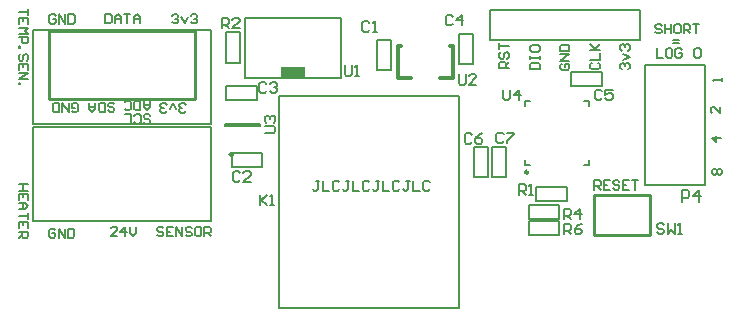
<source format=gto>
G04*
G04 #@! TF.GenerationSoftware,Altium Limited,CircuitStudio,1.5.2 (30)*
G04*
G04 Layer_Color=65535*
%FSLAX25Y25*%
%MOIN*%
G70*
G01*
G75*
%ADD23C,0.01181*%
%ADD24C,0.00787*%
%ADD38C,0.00984*%
%ADD39C,0.00591*%
%ADD40C,0.01000*%
%ADD41C,0.00500*%
%ADD42C,0.00630*%
%ADD43C,0.00709*%
%ADD44R,0.08400X0.03800*%
D23*
X384252Y399606D02*
Y410236D01*
X379921Y399606D02*
X384252D01*
X383465Y410236D02*
X384252D01*
X366142Y399606D02*
X370472D01*
X366142D02*
Y410236D01*
X366929D01*
D24*
X446732Y412323D02*
Y422323D01*
X396732Y412323D02*
X446732D01*
X396732Y422323D02*
X446732D01*
X396732Y412323D02*
Y422323D01*
X468386Y363898D02*
Y403898D01*
X448386Y363898D02*
Y403898D01*
Y363898D02*
X468386D01*
X448386Y403898D02*
X468386D01*
X326205Y393819D02*
X386244D01*
Y322953D02*
Y393819D01*
X326205Y322953D02*
X386244D01*
X326205D02*
Y393819D01*
X308268Y384266D02*
X320079D01*
Y383849D02*
Y384266D01*
X308268Y383849D02*
X320079D01*
X308268D02*
Y384266D01*
X408268Y390453D02*
Y392126D01*
X409941D01*
X429528Y390453D02*
Y392126D01*
X427854D02*
X429528D01*
Y370866D02*
Y372539D01*
X427854Y370866D02*
X429528D01*
X408268D02*
Y372539D01*
Y370866D02*
X409941D01*
X460532Y358366D02*
Y362302D01*
X462499D01*
X463155Y361646D01*
Y360334D01*
X462499Y359678D01*
X460532D01*
X466435Y358366D02*
Y362302D01*
X464467Y360334D01*
X467091D01*
X421358Y347638D02*
Y351180D01*
X423129D01*
X423720Y350590D01*
Y349409D01*
X423129Y348818D01*
X421358D01*
X422539D02*
X423720Y347638D01*
X427262Y351180D02*
X426081Y350590D01*
X424900Y349409D01*
Y348228D01*
X425491Y347638D01*
X426672D01*
X427262Y348228D01*
Y348818D01*
X426672Y349409D01*
X424900D01*
X307283Y416240D02*
Y419782D01*
X309054D01*
X309645Y419192D01*
Y418011D01*
X309054Y417421D01*
X307283D01*
X308464D02*
X309645Y416240D01*
X313187D02*
X310826D01*
X313187Y418602D01*
Y419192D01*
X312597Y419782D01*
X311416D01*
X310826Y419192D01*
X386221Y401082D02*
Y398130D01*
X386811Y397539D01*
X387991D01*
X388582Y398130D01*
Y401082D01*
X392124Y397539D02*
X389763D01*
X392124Y399901D01*
Y400491D01*
X391534Y401082D01*
X390353D01*
X389763Y400491D01*
X384251Y420176D02*
X383661Y420767D01*
X382480D01*
X381890Y420176D01*
Y417815D01*
X382480Y417224D01*
X383661D01*
X384251Y417815D01*
X387203Y417224D02*
Y420767D01*
X385432Y418996D01*
X387793D01*
X356495Y418109D02*
X355905Y418700D01*
X354724D01*
X354134Y418109D01*
Y415748D01*
X354724Y415158D01*
X355905D01*
X356495Y415748D01*
X357676Y415158D02*
X358857D01*
X358266D01*
Y418700D01*
X357676Y418109D01*
X348228Y404034D02*
Y401083D01*
X348819Y400492D01*
X349999D01*
X350590Y401083D01*
Y404034D01*
X351770Y400492D02*
X352951D01*
X352361D01*
Y404034D01*
X351770Y403444D01*
X319882Y360826D02*
Y357283D01*
Y358464D01*
X322243Y360826D01*
X320472Y359055D01*
X322243Y357283D01*
X323424D02*
X324605D01*
X324014D01*
Y360826D01*
X323424Y360235D01*
X321556Y381299D02*
X324508D01*
X325098Y381890D01*
Y383070D01*
X324508Y383661D01*
X321556D01*
X322147Y384841D02*
X321556Y385432D01*
Y386612D01*
X322147Y387203D01*
X322737D01*
X323327Y386612D01*
Y386022D01*
Y386612D01*
X323918Y387203D01*
X324508D01*
X325098Y386612D01*
Y385432D01*
X324508Y384841D01*
X406201Y360728D02*
Y364270D01*
X407972D01*
X408562Y363680D01*
Y362499D01*
X407972Y361909D01*
X406201D01*
X407381D02*
X408562Y360728D01*
X409743D02*
X410924D01*
X410333D01*
Y364270D01*
X409743Y363680D01*
X322145Y397735D02*
X321554Y398326D01*
X320374D01*
X319783Y397735D01*
Y395374D01*
X320374Y394783D01*
X321554D01*
X322145Y395374D01*
X323326Y397735D02*
X323916Y398326D01*
X325097D01*
X325687Y397735D01*
Y397145D01*
X325097Y396555D01*
X324506D01*
X325097D01*
X325687Y395964D01*
Y395374D01*
X325097Y394783D01*
X323916D01*
X323326Y395374D01*
X313287Y368011D02*
X312696Y368601D01*
X311515D01*
X310925Y368011D01*
Y365649D01*
X311515Y365059D01*
X312696D01*
X313287Y365649D01*
X316829Y365059D02*
X314467D01*
X316829Y367421D01*
Y368011D01*
X316238Y368601D01*
X315058D01*
X314467Y368011D01*
X454724Y350688D02*
X454133Y351278D01*
X452953D01*
X452362Y350688D01*
Y350098D01*
X452953Y349507D01*
X454133D01*
X454724Y348917D01*
Y348327D01*
X454133Y347736D01*
X452953D01*
X452362Y348327D01*
X455904Y351278D02*
Y347736D01*
X457085Y348917D01*
X458266Y347736D01*
Y351278D01*
X459446Y347736D02*
X460627D01*
X460037D01*
Y351278D01*
X459446Y350688D01*
X400984Y395865D02*
Y392913D01*
X401575Y392323D01*
X402755D01*
X403346Y392913D01*
Y395865D01*
X406297Y392323D02*
Y395865D01*
X404526Y394094D01*
X406888D01*
X421260Y352658D02*
Y356200D01*
X423031D01*
X423621Y355609D01*
Y354429D01*
X423031Y353838D01*
X421260D01*
X422440D02*
X423621Y352658D01*
X426573D02*
Y356200D01*
X424802Y354429D01*
X427163D01*
X401180Y380905D02*
X400590Y381495D01*
X399409D01*
X398819Y380905D01*
Y378543D01*
X399409Y377953D01*
X400590D01*
X401180Y378543D01*
X402361Y381495D02*
X404722D01*
Y380905D01*
X402361Y378543D01*
Y377953D01*
X390550Y380806D02*
X389960Y381397D01*
X388779D01*
X388189Y380806D01*
Y378445D01*
X388779Y377854D01*
X389960D01*
X390550Y378445D01*
X394093Y381397D02*
X392912Y380806D01*
X391731Y379625D01*
Y378445D01*
X392321Y377854D01*
X393502D01*
X394093Y378445D01*
Y379035D01*
X393502Y379625D01*
X391731D01*
X433956Y395275D02*
X433366Y395865D01*
X432185D01*
X431595Y395275D01*
Y392913D01*
X432185Y392323D01*
X433366D01*
X433956Y392913D01*
X437498Y395865D02*
X435137D01*
Y394094D01*
X436317Y394684D01*
X436908D01*
X437498Y394094D01*
Y392913D01*
X436908Y392323D01*
X435727D01*
X435137Y392913D01*
D38*
X310925Y374297D02*
G03*
X310925Y374297I-492J0D01*
G01*
X409350Y368307D02*
G03*
X409350Y368307I-492J0D01*
G01*
D39*
X303543Y351969D02*
Y383465D01*
X244488Y351969D02*
Y383465D01*
Y351969D02*
X303543D01*
X244488Y383465D02*
X303543D01*
X244488Y415748D02*
X303543D01*
X244488Y384252D02*
X303543D01*
X244488D02*
Y415748D01*
X303543Y384252D02*
Y415748D01*
D40*
X249606Y392618D02*
Y415453D01*
Y392618D02*
X298425D01*
Y415453D01*
X249606D02*
X298425D01*
X431201Y347378D02*
Y360764D01*
Y347378D02*
X450098D01*
Y360764D01*
X431201D02*
X450098D01*
D41*
X409609Y351906D02*
X419709D01*
X409609Y347306D02*
X419709D01*
Y351906D01*
X409609Y347306D02*
Y351906D01*
X313324Y404798D02*
Y414898D01*
X308724Y404798D02*
Y414898D01*
Y404798D02*
X313324D01*
X308724Y414898D02*
X313324D01*
X386283Y404393D02*
Y414493D01*
X390883Y404393D02*
Y414493D01*
X386283D02*
X390883D01*
X386283Y404393D02*
X390883D01*
X359117Y402424D02*
Y412524D01*
X363717Y402424D02*
Y412524D01*
X359117D02*
X363717D01*
X359117Y402424D02*
X363717D01*
X347126Y399862D02*
Y419862D01*
X315126D02*
X347126D01*
X315126Y399862D02*
Y419862D01*
Y399862D02*
X347126D01*
X412070Y363422D02*
X422170D01*
X412070Y358822D02*
X422170D01*
Y363422D01*
X412070Y358822D02*
Y363422D01*
X308735Y392387D02*
X318835D01*
X308735Y396987D02*
X318835D01*
X308735Y392387D02*
Y396987D01*
X318835Y392387D02*
Y396987D01*
X310692Y374741D02*
X320792D01*
X310692Y370141D02*
X320792D01*
Y374741D01*
X310692Y370141D02*
Y374741D01*
X409511Y357320D02*
X419611D01*
X409511Y352720D02*
X419611D01*
Y357320D01*
X409511Y352720D02*
Y357320D01*
X397306Y366598D02*
Y376698D01*
X401906Y366598D02*
Y376698D01*
X397306D02*
X401906D01*
X397306Y366598D02*
X401906D01*
X391401D02*
Y376698D01*
X396001Y366598D02*
Y376698D01*
X391401D02*
X396001D01*
X391401Y366598D02*
X396001D01*
X423783Y401611D02*
X433883D01*
X423783Y397011D02*
X433883D01*
Y401611D01*
X423783Y397011D02*
Y401611D01*
D42*
X339730Y365452D02*
X338615D01*
X339173D01*
Y362664D01*
X338615Y362106D01*
X338058D01*
X337500Y362664D01*
X340845Y365452D02*
Y362106D01*
X343076D01*
X346421Y364894D02*
X345864Y365452D01*
X344748D01*
X344191Y364894D01*
Y362664D01*
X344748Y362106D01*
X345864D01*
X346421Y362664D01*
X349766Y365452D02*
X348651D01*
X349209D01*
Y362664D01*
X348651Y362106D01*
X348094D01*
X347536Y362664D01*
X350882Y365452D02*
Y362106D01*
X353112D01*
X356457Y364894D02*
X355900Y365452D01*
X354784D01*
X354227Y364894D01*
Y362664D01*
X354784Y362106D01*
X355900D01*
X356457Y362664D01*
X359803Y365452D02*
X358687D01*
X359245D01*
Y362664D01*
X358687Y362106D01*
X358130D01*
X357572Y362664D01*
X360918Y365452D02*
Y362106D01*
X363148D01*
X366493Y364894D02*
X365936Y365452D01*
X364821D01*
X364263Y364894D01*
Y362664D01*
X364821Y362106D01*
X365936D01*
X366493Y362664D01*
X369839Y365452D02*
X368724D01*
X369281D01*
Y362664D01*
X368724Y362106D01*
X368166D01*
X367608Y362664D01*
X370954Y365452D02*
Y362106D01*
X373184D01*
X376529Y364894D02*
X375972Y365452D01*
X374857D01*
X374299Y364894D01*
Y362664D01*
X374857Y362106D01*
X375972D01*
X376529Y362664D01*
D43*
X283268Y392126D02*
Y390027D01*
X282218Y388977D01*
X281169Y390027D01*
Y392126D01*
Y390552D01*
X283268D01*
X280119Y388977D02*
Y392126D01*
X278545D01*
X278020Y391601D01*
Y389502D01*
X278545Y388977D01*
X280119D01*
X274871Y389502D02*
X275396Y388977D01*
X276446D01*
X276971Y389502D01*
Y391601D01*
X276446Y392126D01*
X275396D01*
X274871Y391601D01*
X281267Y384975D02*
X281792Y384450D01*
X282841D01*
X283366Y384975D01*
Y385499D01*
X282841Y386024D01*
X281792D01*
X281267Y386549D01*
Y387074D01*
X281792Y387598D01*
X282841D01*
X283366Y387074D01*
X278118Y384975D02*
X278643Y384450D01*
X279693D01*
X280218Y384975D01*
Y387074D01*
X279693Y387598D01*
X278643D01*
X278118Y387074D01*
X277069Y384450D02*
Y387598D01*
X274970D01*
X269358Y388912D02*
X269882Y388387D01*
X270932D01*
X271457Y388912D01*
Y389436D01*
X270932Y389961D01*
X269882D01*
X269358Y390486D01*
Y391011D01*
X269882Y391535D01*
X270932D01*
X271457Y391011D01*
X268308Y388387D02*
Y391535D01*
X266734D01*
X266209Y391011D01*
Y388912D01*
X266734Y388387D01*
X268308D01*
X265160Y391535D02*
Y389436D01*
X264110Y388387D01*
X263060Y389436D01*
Y391535D01*
Y389961D01*
X265160D01*
X295177Y388715D02*
X294652Y388190D01*
X293603D01*
X293078Y388715D01*
Y389240D01*
X293603Y389764D01*
X294128D01*
X293603D01*
X293078Y390289D01*
Y390814D01*
X293603Y391339D01*
X294652D01*
X295177Y390814D01*
X292029Y389240D02*
X290979Y391339D01*
X289930Y389240D01*
X288880Y388715D02*
X288355Y388190D01*
X287306D01*
X286781Y388715D01*
Y389240D01*
X287306Y389764D01*
X287830D01*
X287306D01*
X286781Y390289D01*
Y390814D01*
X287306Y391339D01*
X288355D01*
X288880Y390814D01*
X257251Y388813D02*
X257776Y388288D01*
X258826D01*
X259350Y388813D01*
Y390912D01*
X258826Y391437D01*
X257776D01*
X257251Y390912D01*
Y389863D01*
X258301D01*
X256202Y391437D02*
Y388288D01*
X254103Y391437D01*
Y388288D01*
X253053D02*
Y391437D01*
X251479D01*
X250954Y390912D01*
Y388813D01*
X251479Y388288D01*
X253053D01*
X431398Y362500D02*
Y365649D01*
X432972D01*
X433497Y365124D01*
Y364074D01*
X432972Y363549D01*
X431398D01*
X432447D02*
X433497Y362500D01*
X436645Y365649D02*
X434546D01*
Y362500D01*
X436645D01*
X434546Y364074D02*
X435596D01*
X439794Y365124D02*
X439269Y365649D01*
X438220D01*
X437695Y365124D01*
Y364599D01*
X438220Y364074D01*
X439269D01*
X439794Y363549D01*
Y363025D01*
X439269Y362500D01*
X438220D01*
X437695Y363025D01*
X442942Y365649D02*
X440843D01*
Y362500D01*
X442942D01*
X440843Y364074D02*
X441893D01*
X443992Y365649D02*
X446091D01*
X445042D01*
Y362500D01*
X242716Y364272D02*
X239567D01*
X241141D01*
Y362173D01*
X242716D01*
X239567D01*
X242716Y359024D02*
Y361123D01*
X239567D01*
Y359024D01*
X241141Y361123D02*
Y360073D01*
X239567Y357975D02*
X241666D01*
X242716Y356925D01*
X241666Y355875D01*
X239567D01*
X241141D01*
Y357975D01*
X242716Y354826D02*
Y352727D01*
Y353776D01*
X239567D01*
X242716Y349578D02*
Y351677D01*
X239567D01*
Y349578D01*
X241141Y351677D02*
Y350628D01*
X239567Y348529D02*
X242716D01*
Y346954D01*
X242191Y346430D01*
X241141D01*
X240616Y346954D01*
Y348529D01*
Y347479D02*
X239567Y346430D01*
X242716Y422835D02*
Y420736D01*
Y421785D01*
X239567D01*
X242716Y417587D02*
Y419686D01*
X239567D01*
Y417587D01*
X241141Y419686D02*
Y418637D01*
X239567Y416538D02*
X242716D01*
X241666Y415488D01*
X242716Y414438D01*
X239567D01*
Y413389D02*
X242716D01*
Y411815D01*
X242191Y411290D01*
X241141D01*
X240616Y411815D01*
Y413389D01*
X239567Y410240D02*
X240092D01*
Y409716D01*
X239567D01*
Y410240D01*
X242191Y405517D02*
X242716Y406042D01*
Y407092D01*
X242191Y407617D01*
X241666D01*
X241141Y407092D01*
Y406042D01*
X240616Y405517D01*
X240092D01*
X239567Y406042D01*
Y407092D01*
X240092Y407617D01*
X242716Y402369D02*
Y404468D01*
X239567D01*
Y402369D01*
X241141Y404468D02*
Y403418D01*
X239567Y401319D02*
X242716D01*
X239567Y399220D01*
X242716D01*
X239567Y398171D02*
X240092D01*
Y397646D01*
X239567D01*
Y398171D01*
X268406Y421062D02*
Y417913D01*
X269980D01*
X270505Y418438D01*
Y420537D01*
X269980Y421062D01*
X268406D01*
X271554Y417913D02*
Y420012D01*
X272604Y421062D01*
X273653Y420012D01*
Y417913D01*
Y419488D01*
X271554D01*
X274703Y421062D02*
X276802D01*
X275752D01*
Y417913D01*
X277851D02*
Y420012D01*
X278901Y421062D01*
X279950Y420012D01*
Y417913D01*
Y419488D01*
X277851D01*
X290650Y420537D02*
X291174Y421062D01*
X292224D01*
X292749Y420537D01*
Y420012D01*
X292224Y419488D01*
X291699D01*
X292224D01*
X292749Y418963D01*
Y418438D01*
X292224Y417913D01*
X291174D01*
X290650Y418438D01*
X293798Y420012D02*
X294848Y417913D01*
X295897Y420012D01*
X296947Y420537D02*
X297471Y421062D01*
X298521D01*
X299046Y420537D01*
Y420012D01*
X298521Y419488D01*
X297996D01*
X298521D01*
X299046Y418963D01*
Y418438D01*
X298521Y417913D01*
X297471D01*
X296947Y418438D01*
X251902Y420439D02*
X251377Y420964D01*
X250328D01*
X249803Y420439D01*
Y418340D01*
X250328Y417815D01*
X251377D01*
X251902Y418340D01*
Y419389D01*
X250853D01*
X252952Y417815D02*
Y420964D01*
X255051Y417815D01*
Y420964D01*
X256100D02*
Y417815D01*
X257675D01*
X258199Y418340D01*
Y420439D01*
X257675Y420964D01*
X256100D01*
X287827Y349573D02*
X287303Y350097D01*
X286253D01*
X285728Y349573D01*
Y349048D01*
X286253Y348523D01*
X287303D01*
X287827Y347998D01*
Y347474D01*
X287303Y346949D01*
X286253D01*
X285728Y347474D01*
X290976Y350097D02*
X288877D01*
Y346949D01*
X290976D01*
X288877Y348523D02*
X289927D01*
X292025Y346949D02*
Y350097D01*
X294125Y346949D01*
Y350097D01*
X297273Y349573D02*
X296748Y350097D01*
X295699D01*
X295174Y349573D01*
Y349048D01*
X295699Y348523D01*
X296748D01*
X297273Y347998D01*
Y347474D01*
X296748Y346949D01*
X295699D01*
X295174Y347474D01*
X299897Y350097D02*
X298848D01*
X298323Y349573D01*
Y347474D01*
X298848Y346949D01*
X299897D01*
X300422Y347474D01*
Y349573D01*
X299897Y350097D01*
X301471Y346949D02*
Y350097D01*
X303046D01*
X303570Y349573D01*
Y348523D01*
X303046Y347998D01*
X301471D01*
X302521D02*
X303570Y346949D01*
X251804Y348982D02*
X251279Y349507D01*
X250230D01*
X249705Y348982D01*
Y346883D01*
X250230Y346358D01*
X251279D01*
X251804Y346883D01*
Y347933D01*
X250754D01*
X252853Y346358D02*
Y349507D01*
X254952Y346358D01*
Y349507D01*
X256002D02*
Y346358D01*
X257576D01*
X258101Y346883D01*
Y348982D01*
X257576Y349507D01*
X256002D01*
X272375Y346949D02*
X270276D01*
X272375Y349048D01*
Y349573D01*
X271850Y350097D01*
X270800D01*
X270276Y349573D01*
X274998Y346949D02*
Y350097D01*
X273424Y348523D01*
X275523D01*
X276573Y350097D02*
Y347998D01*
X277622Y346949D01*
X278672Y347998D01*
Y350097D01*
X452165Y409546D02*
Y406398D01*
X454264D01*
X456888Y409546D02*
X455839D01*
X455314Y409022D01*
Y406922D01*
X455839Y406398D01*
X456888D01*
X457413Y406922D01*
Y409022D01*
X456888Y409546D01*
X460562Y409022D02*
X460037Y409546D01*
X458987D01*
X458462Y409022D01*
Y406922D01*
X458987Y406398D01*
X460037D01*
X460562Y406922D01*
Y407972D01*
X459512D01*
X464760Y409022D02*
X465284Y409546D01*
X466334D01*
X466859Y409022D01*
Y406922D01*
X466334Y406398D01*
X465284D01*
X464760Y406922D01*
Y409022D01*
X457677Y411286D02*
X459776D01*
X457677Y412335D02*
X459776D01*
X453871Y417191D02*
X453346Y417716D01*
X452296D01*
X451772Y417191D01*
Y416666D01*
X452296Y416141D01*
X453346D01*
X453871Y415617D01*
Y415092D01*
X453346Y414567D01*
X452296D01*
X451772Y415092D01*
X454920Y417716D02*
Y414567D01*
Y416141D01*
X457019D01*
Y417716D01*
Y414567D01*
X459643Y417716D02*
X458594D01*
X458069Y417191D01*
Y415092D01*
X458594Y414567D01*
X459643D01*
X460168Y415092D01*
Y417191D01*
X459643Y417716D01*
X461217Y414567D02*
Y417716D01*
X462792D01*
X463316Y417191D01*
Y416141D01*
X462792Y415617D01*
X461217D01*
X462267D02*
X463316Y414567D01*
X464366Y417716D02*
X466465D01*
X465415D01*
Y414567D01*
X471293Y367421D02*
X470769Y367946D01*
Y368996D01*
X471293Y369520D01*
X471818D01*
X472343Y368996D01*
X472868Y369520D01*
X473392D01*
X473917Y368996D01*
Y367946D01*
X473392Y367421D01*
X472868D01*
X472343Y367946D01*
X471818Y367421D01*
X471293D01*
X472343Y367946D02*
Y368996D01*
X473721Y379822D02*
X470572D01*
X472146Y378248D01*
Y380347D01*
X473425Y390091D02*
Y387992D01*
X471326Y390091D01*
X470801D01*
X470277Y389566D01*
Y388517D01*
X470801Y387992D01*
X474114Y398622D02*
Y399672D01*
Y399147D01*
X470966D01*
X471490Y398622D01*
X440585Y402559D02*
X440060Y403084D01*
Y404133D01*
X440585Y404658D01*
X441110D01*
X441634Y404133D01*
Y403609D01*
Y404133D01*
X442159Y404658D01*
X442684D01*
X443209Y404133D01*
Y403084D01*
X442684Y402559D01*
X441110Y405708D02*
X443209Y406757D01*
X441110Y407807D01*
X440585Y408856D02*
X440060Y409381D01*
Y410430D01*
X440585Y410955D01*
X441110D01*
X441634Y410430D01*
Y409906D01*
Y410430D01*
X442159Y410955D01*
X442684D01*
X443209Y410430D01*
Y409381D01*
X442684Y408856D01*
X430545Y404756D02*
X430021Y404232D01*
Y403182D01*
X430545Y402658D01*
X432645D01*
X433169Y403182D01*
Y404232D01*
X432645Y404756D01*
X430021Y405806D02*
X433169D01*
Y407905D01*
X430021Y408955D02*
X433169D01*
X432120D01*
X430021Y411054D01*
X431595Y409479D01*
X433169Y411054D01*
X420506Y404461D02*
X419981Y403936D01*
Y402887D01*
X420506Y402362D01*
X422605D01*
X423130Y402887D01*
Y403936D01*
X422605Y404461D01*
X421556D01*
Y403412D01*
X423130Y405511D02*
X419981D01*
X423130Y407610D01*
X419981D01*
Y408659D02*
X423130D01*
Y410234D01*
X422605Y410758D01*
X420506D01*
X419981Y410234D01*
Y408659D01*
X410040Y402756D02*
X413189D01*
Y404330D01*
X412664Y404855D01*
X410565D01*
X410040Y404330D01*
Y402756D01*
Y405904D02*
Y406954D01*
Y406429D01*
X413189D01*
Y405904D01*
Y406954D01*
X410040Y410103D02*
Y409053D01*
X410565Y408528D01*
X412664D01*
X413189Y409053D01*
Y410103D01*
X412664Y410627D01*
X410565D01*
X410040Y410103D01*
X402953Y403051D02*
X399804D01*
Y404626D01*
X400329Y405150D01*
X401378D01*
X401903Y404626D01*
Y403051D01*
Y404101D02*
X402953Y405150D01*
X400329Y408299D02*
X399804Y407774D01*
Y406725D01*
X400329Y406200D01*
X400854D01*
X401378Y406725D01*
Y407774D01*
X401903Y408299D01*
X402428D01*
X402953Y407774D01*
Y406725D01*
X402428Y406200D01*
X399804Y409348D02*
Y411447D01*
Y410398D01*
X402953D01*
D44*
X331126Y401762D02*
D03*
M02*

</source>
